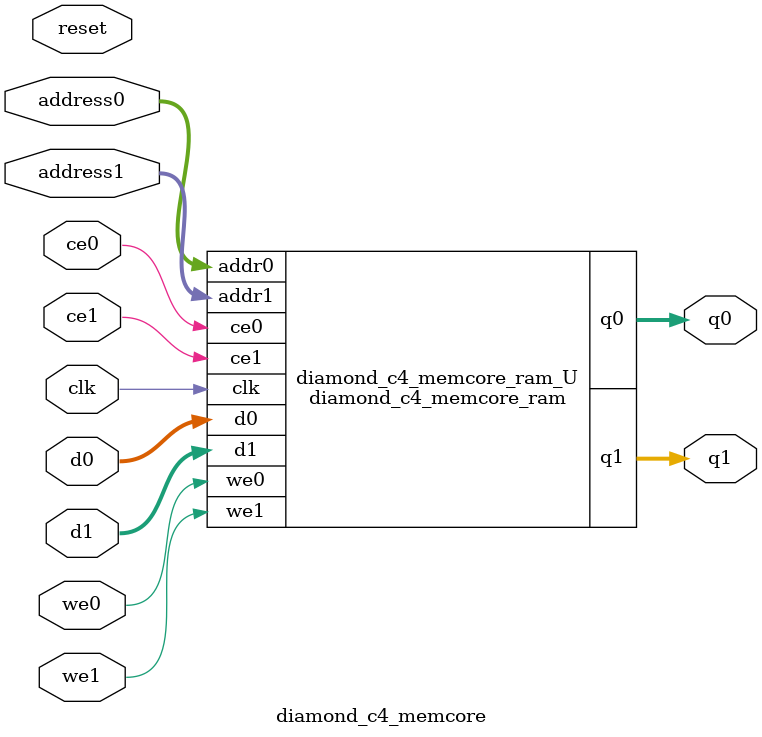
<source format=v>
`timescale 1 ns / 1 ps
module diamond_c4_memcore_ram (addr0, ce0, d0, we0, q0, addr1, ce1, d1, we1, q1,  clk);

parameter DWIDTH = 7;
parameter AWIDTH = 7;
parameter MEM_SIZE = 100;

input[AWIDTH-1:0] addr0;
input ce0;
input[DWIDTH-1:0] d0;
input we0;
output reg[DWIDTH-1:0] q0;
input[AWIDTH-1:0] addr1;
input ce1;
input[DWIDTH-1:0] d1;
input we1;
output reg[DWIDTH-1:0] q1;
input clk;

reg [DWIDTH-1:0] ram[0:MEM_SIZE-1];




always @(posedge clk)  
begin 
    if (ce0) begin
        if (we0) 
            ram[addr0] <= d0; 
        q0 <= ram[addr0];
    end
end


always @(posedge clk)  
begin 
    if (ce1) begin
        if (we1) 
            ram[addr1] <= d1; 
        q1 <= ram[addr1];
    end
end


endmodule

`timescale 1 ns / 1 ps
module diamond_c4_memcore(
    reset,
    clk,
    address0,
    ce0,
    we0,
    d0,
    q0,
    address1,
    ce1,
    we1,
    d1,
    q1);

parameter DataWidth = 32'd7;
parameter AddressRange = 32'd100;
parameter AddressWidth = 32'd7;
input reset;
input clk;
input[AddressWidth - 1:0] address0;
input ce0;
input we0;
input[DataWidth - 1:0] d0;
output[DataWidth - 1:0] q0;
input[AddressWidth - 1:0] address1;
input ce1;
input we1;
input[DataWidth - 1:0] d1;
output[DataWidth - 1:0] q1;



diamond_c4_memcore_ram diamond_c4_memcore_ram_U(
    .clk( clk ),
    .addr0( address0 ),
    .ce0( ce0 ),
    .we0( we0 ),
    .d0( d0 ),
    .q0( q0 ),
    .addr1( address1 ),
    .ce1( ce1 ),
    .we1( we1 ),
    .d1( d1 ),
    .q1( q1 ));

endmodule


</source>
